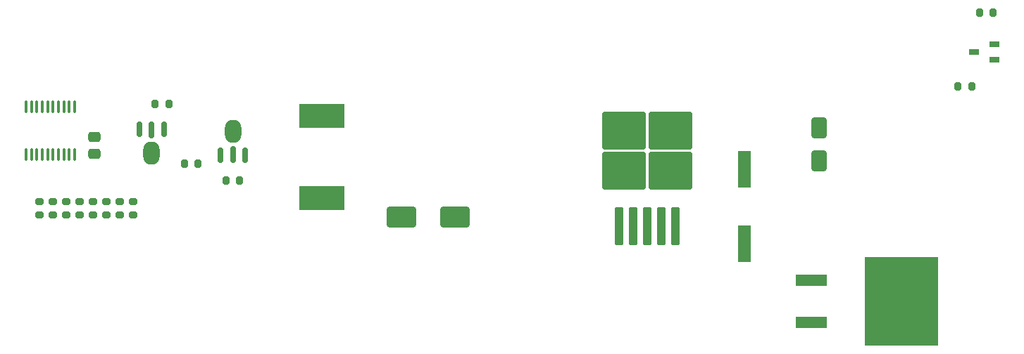
<source format=gbr>
%TF.GenerationSoftware,KiCad,Pcbnew,8.0.3*%
%TF.CreationDate,2024-11-25T10:27:06+01:00*%
%TF.ProjectId,Teensy Board,5465656e-7379-4204-926f-6172642e6b69,rev?*%
%TF.SameCoordinates,Original*%
%TF.FileFunction,Paste,Top*%
%TF.FilePolarity,Positive*%
%FSLAX46Y46*%
G04 Gerber Fmt 4.6, Leading zero omitted, Abs format (unit mm)*
G04 Created by KiCad (PCBNEW 8.0.3) date 2024-11-25 10:27:06*
%MOMM*%
%LPD*%
G01*
G04 APERTURE LIST*
G04 Aperture macros list*
%AMRoundRect*
0 Rectangle with rounded corners*
0 $1 Rounding radius*
0 $2 $3 $4 $5 $6 $7 $8 $9 X,Y pos of 4 corners*
0 Add a 4 corners polygon primitive as box body*
4,1,4,$2,$3,$4,$5,$6,$7,$8,$9,$2,$3,0*
0 Add four circle primitives for the rounded corners*
1,1,$1+$1,$2,$3*
1,1,$1+$1,$4,$5*
1,1,$1+$1,$6,$7*
1,1,$1+$1,$8,$9*
0 Add four rect primitives between the rounded corners*
20,1,$1+$1,$2,$3,$4,$5,0*
20,1,$1+$1,$4,$5,$6,$7,0*
20,1,$1+$1,$6,$7,$8,$9,0*
20,1,$1+$1,$8,$9,$2,$3,0*%
G04 Aperture macros list end*
%ADD10RoundRect,0.250000X0.300000X-2.050000X0.300000X2.050000X-0.300000X2.050000X-0.300000X-2.050000X0*%
%ADD11RoundRect,0.250000X2.375000X-2.025000X2.375000X2.025000X-2.375000X2.025000X-2.375000X-2.025000X0*%
%ADD12RoundRect,0.200000X-0.200000X-0.275000X0.200000X-0.275000X0.200000X0.275000X-0.200000X0.275000X0*%
%ADD13RoundRect,0.200000X0.200000X0.275000X-0.200000X0.275000X-0.200000X-0.275000X0.200000X-0.275000X0*%
%ADD14RoundRect,0.200000X-0.275000X0.200000X-0.275000X-0.200000X0.275000X-0.200000X0.275000X0.200000X0*%
%ADD15R,5.400000X2.900000*%
%ADD16O,0.700000X1.900000*%
%ADD17O,0.700000X2.100000*%
%ADD18O,2.000000X2.800000*%
%ADD19RoundRect,0.250000X-1.500000X-1.000000X1.500000X-1.000000X1.500000X1.000000X-1.500000X1.000000X0*%
%ADD20R,3.800000X1.400000*%
%ADD21R,8.800000X10.700000*%
%ADD22R,1.650000X4.500000*%
%ADD23RoundRect,0.100000X-0.100000X0.637500X-0.100000X-0.637500X0.100000X-0.637500X0.100000X0.637500X0*%
%ADD24RoundRect,0.250000X0.650000X-1.000000X0.650000X1.000000X-0.650000X1.000000X-0.650000X-1.000000X0*%
%ADD25R,1.250000X0.700000*%
%ADD26RoundRect,0.250000X0.475000X-0.337500X0.475000X0.337500X-0.475000X0.337500X-0.475000X-0.337500X0*%
G04 APERTURE END LIST*
D10*
%TO.C,U3*%
X132425000Y-108375000D03*
X134125000Y-108375000D03*
X135825000Y-108375000D03*
D11*
X133050000Y-101650000D03*
X138600000Y-101650000D03*
X133050000Y-96800000D03*
X138600000Y-96800000D03*
D10*
X137525000Y-108375000D03*
X139225000Y-108375000D03*
%TD*%
D12*
%TO.C,R2*%
X85175000Y-102860000D03*
X86825000Y-102860000D03*
%TD*%
D13*
%TO.C,R3*%
X81825000Y-100860000D03*
X80175000Y-100860000D03*
%TD*%
D14*
%TO.C,R11*%
X62740000Y-105375000D03*
X62740000Y-107025000D03*
%TD*%
D13*
%TO.C,R13*%
X174825000Y-91500000D03*
X173175000Y-91500000D03*
%TD*%
D14*
%TO.C,R10*%
X64400000Y-105375000D03*
X64400000Y-107025000D03*
%TD*%
D15*
%TO.C,L1*%
X96750000Y-95050000D03*
X96750000Y-104950000D03*
%TD*%
D14*
%TO.C,R6*%
X70800000Y-105375000D03*
X70800000Y-107025000D03*
%TD*%
D16*
%TO.C,Q1*%
X77750000Y-96690000D03*
D17*
X76250000Y-96780000D03*
D16*
X74750000Y-96690000D03*
D18*
X76250000Y-99530000D03*
%TD*%
D12*
%TO.C,R12*%
X175775000Y-82600000D03*
X177425000Y-82600000D03*
%TD*%
D19*
%TO.C,C4*%
X106250000Y-107250000D03*
X112750000Y-107250000D03*
%TD*%
D20*
%TO.C,U4*%
X155550000Y-114860000D03*
D21*
X166350000Y-117400000D03*
D20*
X155550000Y-119940000D03*
%TD*%
D14*
%TO.C,R8*%
X67600000Y-105375000D03*
X67600000Y-107025000D03*
%TD*%
%TO.C,R5*%
X72400000Y-105375000D03*
X72400000Y-107025000D03*
%TD*%
D22*
%TO.C,C2*%
X147500000Y-101500000D03*
X147500000Y-110500000D03*
%TD*%
D14*
%TO.C,R7*%
X69200000Y-105375000D03*
X69200000Y-107025000D03*
%TD*%
%TO.C,R9*%
X66000000Y-105375000D03*
X66000000Y-107025000D03*
%TD*%
D12*
%TO.C,R1*%
X76675000Y-93610000D03*
X78325000Y-93610000D03*
%TD*%
D23*
%TO.C,U2*%
X67000000Y-94000000D03*
X66350000Y-94000000D03*
X65700000Y-94000000D03*
X65050000Y-94000000D03*
X64400000Y-94000000D03*
X63750000Y-94000000D03*
X63100000Y-94000000D03*
X62450000Y-94000000D03*
X61800000Y-94000000D03*
X61150000Y-94000000D03*
X61150000Y-99725000D03*
X61800000Y-99725000D03*
X62450000Y-99725000D03*
X63100000Y-99725000D03*
X63750000Y-99725000D03*
X64400000Y-99725000D03*
X65050000Y-99725000D03*
X65700000Y-99725000D03*
X66350000Y-99725000D03*
X67000000Y-99725000D03*
%TD*%
D14*
%TO.C,R4*%
X74000000Y-105375000D03*
X74000000Y-107025000D03*
%TD*%
D24*
%TO.C,D2*%
X156500000Y-100500000D03*
X156500000Y-96500000D03*
%TD*%
D16*
%TO.C,Q2*%
X84500000Y-99780000D03*
D17*
X86000000Y-99690000D03*
D16*
X87500000Y-99780000D03*
D18*
X86000000Y-96940000D03*
%TD*%
D25*
%TO.C,Q3*%
X177600000Y-86400000D03*
X177600000Y-88300000D03*
X175100000Y-87350000D03*
%TD*%
D26*
%TO.C,C3*%
X69400000Y-99637500D03*
X69400000Y-97562500D03*
%TD*%
M02*

</source>
